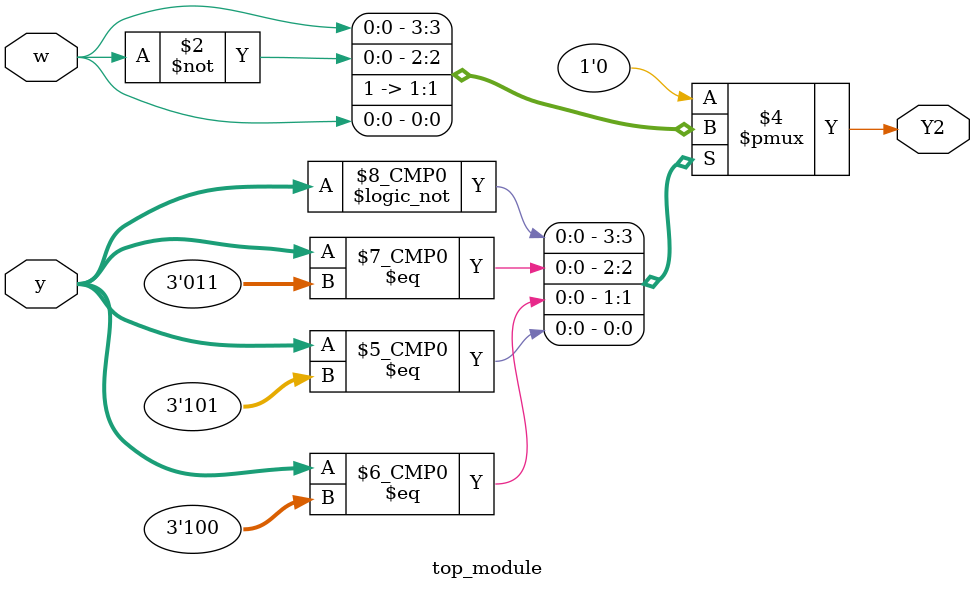
<source format=sv>
module top_module(
    input [3:1] y,
    input w,
    output reg Y2
);

always @(*) begin
    case (y)
        3'b000: Y2 = w; // A
        3'b001: Y2 = 1'b0; // B
        3'b010: Y2 = 1'b0; // C
        3'b011: Y2 = ~w; // D
        3'b100: Y2 = 1'b1; // E
        3'b101: Y2 = w; // F
        default: Y2 = 1'b0;
    endcase
end

endmodule

</source>
